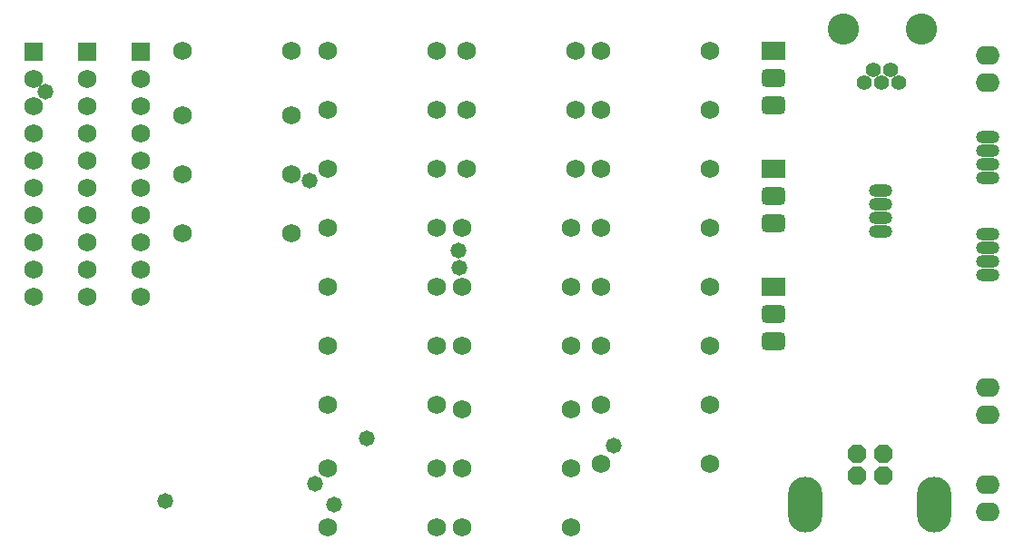
<source format=gts>
G04 Layer_Color=20142*
%FSLAX24Y24*%
%MOIN*%
G70*
G01*
G75*
%ADD23O,0.1261X0.2049*%
%ADD24P,0.0726X8X22.5*%
%ADD25O,0.0880X0.0680*%
%ADD26C,0.0552*%
%ADD27C,0.1150*%
%ADD28C,0.0680*%
%ADD29R,0.0680X0.0680*%
G04:AMPARAMS|DCode=30|XSize=68mil|YSize=88mil|CornerRadius=19mil|HoleSize=0mil|Usage=FLASHONLY|Rotation=270.000|XOffset=0mil|YOffset=0mil|HoleType=Round|Shape=RoundedRectangle|*
%AMROUNDEDRECTD30*
21,1,0.0680,0.0500,0,0,270.0*
21,1,0.0300,0.0880,0,0,270.0*
1,1,0.0380,-0.0250,-0.0150*
1,1,0.0380,-0.0250,0.0150*
1,1,0.0380,0.0250,0.0150*
1,1,0.0380,0.0250,-0.0150*
%
%ADD30ROUNDEDRECTD30*%
%ADD31R,0.0880X0.0680*%
%ADD32O,0.0867X0.0474*%
%ADD33C,0.0580*%
D23*
X40543Y11278D02*
D03*
X45283D02*
D03*
D24*
X43406Y12344D02*
D03*
Y13132D02*
D03*
X42421D02*
D03*
Y12344D02*
D03*
D25*
X47244Y11024D02*
D03*
Y12024D02*
D03*
Y26772D02*
D03*
Y27772D02*
D03*
Y14567D02*
D03*
Y15567D02*
D03*
D26*
X42717Y26772D02*
D03*
X43032Y27244D02*
D03*
X43346Y26772D02*
D03*
X43661Y27244D02*
D03*
X43976Y26772D02*
D03*
D27*
X41929Y28760D02*
D03*
X44803D02*
D03*
D28*
X33039Y27953D02*
D03*
X37039D02*
D03*
X33039Y25787D02*
D03*
X37039D02*
D03*
X33039Y23622D02*
D03*
X37039D02*
D03*
X33039Y21457D02*
D03*
X37039D02*
D03*
X33039Y19291D02*
D03*
X37039D02*
D03*
X33039Y17126D02*
D03*
X37039D02*
D03*
X33039Y14961D02*
D03*
X37039D02*
D03*
X33039Y12795D02*
D03*
X37039D02*
D03*
X28118Y27953D02*
D03*
X32118D02*
D03*
X28118Y25787D02*
D03*
X32118D02*
D03*
X28118Y23622D02*
D03*
X32118D02*
D03*
X27921Y21457D02*
D03*
X31921D02*
D03*
X27921Y19291D02*
D03*
X31921D02*
D03*
X27921Y17126D02*
D03*
X31921D02*
D03*
X27921Y14764D02*
D03*
X31921D02*
D03*
X27921Y12598D02*
D03*
X31921D02*
D03*
X27921Y10433D02*
D03*
X31921D02*
D03*
X23000Y27953D02*
D03*
X27000D02*
D03*
X23000Y25787D02*
D03*
X27000D02*
D03*
X23000Y23622D02*
D03*
X27000D02*
D03*
X23000Y21457D02*
D03*
X27000D02*
D03*
X16142Y26925D02*
D03*
Y25925D02*
D03*
Y24925D02*
D03*
Y23925D02*
D03*
Y22925D02*
D03*
Y21925D02*
D03*
Y20925D02*
D03*
Y19925D02*
D03*
Y18925D02*
D03*
X14173Y26925D02*
D03*
Y25925D02*
D03*
Y24925D02*
D03*
Y23925D02*
D03*
Y22925D02*
D03*
Y21925D02*
D03*
Y20925D02*
D03*
Y19925D02*
D03*
Y18925D02*
D03*
X12205Y26925D02*
D03*
Y25925D02*
D03*
Y24925D02*
D03*
Y23925D02*
D03*
Y22925D02*
D03*
Y21925D02*
D03*
Y20925D02*
D03*
Y19925D02*
D03*
Y18925D02*
D03*
X23000Y19291D02*
D03*
X27000D02*
D03*
X23000Y17126D02*
D03*
X27000D02*
D03*
X23000Y14961D02*
D03*
X27000D02*
D03*
X23000Y12598D02*
D03*
X27000D02*
D03*
X23000Y10433D02*
D03*
X27000D02*
D03*
X17685Y27953D02*
D03*
X21685D02*
D03*
X17685Y25591D02*
D03*
X21685D02*
D03*
X17685Y23425D02*
D03*
X21685D02*
D03*
X17685Y21260D02*
D03*
X21685D02*
D03*
D29*
X16142Y27925D02*
D03*
X14173D02*
D03*
X12205D02*
D03*
D30*
X39370Y25953D02*
D03*
Y26953D02*
D03*
Y17291D02*
D03*
Y18291D02*
D03*
Y21622D02*
D03*
Y22622D02*
D03*
D31*
Y27953D02*
D03*
Y19291D02*
D03*
Y23622D02*
D03*
D32*
X47244Y23266D02*
D03*
Y23766D02*
D03*
Y24266D02*
D03*
Y24766D02*
D03*
Y19722D02*
D03*
Y20222D02*
D03*
Y20722D02*
D03*
Y21222D02*
D03*
X43307Y21297D02*
D03*
Y21797D02*
D03*
Y22297D02*
D03*
Y22797D02*
D03*
D33*
X24450Y13700D02*
D03*
X22340Y23170D02*
D03*
X27830Y19970D02*
D03*
X27790Y20600D02*
D03*
X12650Y26430D02*
D03*
X33490Y13440D02*
D03*
X17030Y11420D02*
D03*
X22550Y12040D02*
D03*
X23250Y11280D02*
D03*
M02*

</source>
